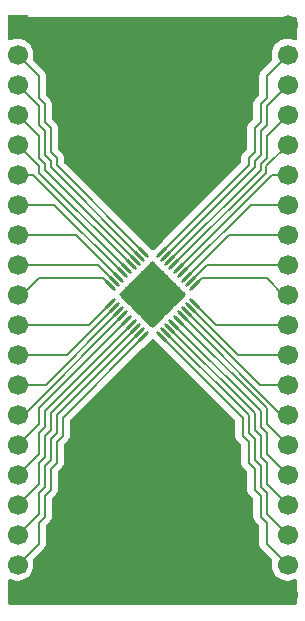
<source format=gtl>
G04 #@! TF.GenerationSoftware,KiCad,Pcbnew,9.0.6*
G04 #@! TF.CreationDate,2026-01-08T15:28:10-06:00*
G04 #@! TF.ProjectId,QFN-36_6x6_P0.5,51464e2d-3336-45f3-9678-365f50302e35,rev?*
G04 #@! TF.SameCoordinates,Original*
G04 #@! TF.FileFunction,Copper,L1,Top*
G04 #@! TF.FilePolarity,Positive*
%FSLAX46Y46*%
G04 Gerber Fmt 4.6, Leading zero omitted, Abs format (unit mm)*
G04 Created by KiCad (PCBNEW 9.0.6) date 2026-01-08 15:28:10*
%MOMM*%
%LPD*%
G01*
G04 APERTURE LIST*
G04 Aperture macros list*
%AMRoundRect*
0 Rectangle with rounded corners*
0 $1 Rounding radius*
0 $2 $3 $4 $5 $6 $7 $8 $9 X,Y pos of 4 corners*
0 Add a 4 corners polygon primitive as box body*
4,1,4,$2,$3,$4,$5,$6,$7,$8,$9,$2,$3,0*
0 Add four circle primitives for the rounded corners*
1,1,$1+$1,$2,$3*
1,1,$1+$1,$4,$5*
1,1,$1+$1,$6,$7*
1,1,$1+$1,$8,$9*
0 Add four rect primitives between the rounded corners*
20,1,$1+$1,$2,$3,$4,$5,0*
20,1,$1+$1,$4,$5,$6,$7,0*
20,1,$1+$1,$6,$7,$8,$9,0*
20,1,$1+$1,$8,$9,$2,$3,0*%
%AMRotRect*
0 Rectangle, with rotation*
0 The origin of the aperture is its center*
0 $1 length*
0 $2 width*
0 $3 Rotation angle, in degrees counterclockwise*
0 Add horizontal line*
21,1,$1,$2,0,0,$3*%
G04 Aperture macros list end*
G04 #@! TA.AperFunction,SMDPad,CuDef*
%ADD10RoundRect,0.062500X-0.424264X0.335876X0.335876X-0.424264X0.424264X-0.335876X-0.335876X0.424264X0*%
G04 #@! TD*
G04 #@! TA.AperFunction,SMDPad,CuDef*
%ADD11RoundRect,0.062500X-0.424264X-0.335876X-0.335876X-0.424264X0.424264X0.335876X0.335876X0.424264X0*%
G04 #@! TD*
G04 #@! TA.AperFunction,HeatsinkPad*
%ADD12C,0.500000*%
G04 #@! TD*
G04 #@! TA.AperFunction,HeatsinkPad*
%ADD13RotRect,3.700000X3.700000X315.000000*%
G04 #@! TD*
G04 #@! TA.AperFunction,ComponentPad*
%ADD14C,1.700000*%
G04 #@! TD*
G04 #@! TA.AperFunction,ComponentPad*
%ADD15R,1.700000X1.700000*%
G04 #@! TD*
G04 #@! TA.AperFunction,ViaPad*
%ADD16C,0.600000*%
G04 #@! TD*
G04 #@! TA.AperFunction,Conductor*
%ADD17C,0.200000*%
G04 #@! TD*
G04 APERTURE END LIST*
D10*
X102072737Y-109381734D03*
X101719184Y-109735287D03*
X101365630Y-110088841D03*
X101012077Y-110442394D03*
X100658524Y-110795948D03*
X100304970Y-111149501D03*
X99951417Y-111503054D03*
X99597863Y-111856608D03*
X99244310Y-112210161D03*
D11*
X99244310Y-113804687D03*
X99597863Y-114158240D03*
X99951417Y-114511794D03*
X100304970Y-114865347D03*
X100658524Y-115218900D03*
X101012077Y-115572454D03*
X101365630Y-115926007D03*
X101719184Y-116279561D03*
X102072737Y-116633114D03*
D10*
X103667263Y-116633114D03*
X104020816Y-116279561D03*
X104374370Y-115926007D03*
X104727923Y-115572454D03*
X105081476Y-115218900D03*
X105435030Y-114865347D03*
X105788583Y-114511794D03*
X106142137Y-114158240D03*
X106495690Y-113804687D03*
D11*
X106495690Y-112210161D03*
X106142137Y-111856608D03*
X105788583Y-111503054D03*
X105435030Y-111149501D03*
X105081476Y-110795948D03*
X104727923Y-110442394D03*
X104374370Y-110088841D03*
X104020816Y-109735287D03*
X103667263Y-109381734D03*
D12*
X102870000Y-111593210D03*
X102162893Y-112300317D03*
X101455786Y-113007424D03*
X103577107Y-112300317D03*
X102870000Y-113007424D03*
D13*
X102870000Y-113007424D03*
D12*
X102162893Y-113714531D03*
X104284214Y-113007424D03*
X103577107Y-113714531D03*
X102870000Y-114421638D03*
D14*
X114300000Y-90170000D03*
X114300000Y-92710000D03*
X114300000Y-95250000D03*
X114300000Y-97790000D03*
X114300000Y-100330000D03*
X114300000Y-102870000D03*
X114300000Y-105410000D03*
X114300000Y-107950000D03*
X114300000Y-110490000D03*
X114300000Y-113030000D03*
X114300000Y-115570000D03*
X114300000Y-118110000D03*
X114300000Y-120650000D03*
X114300000Y-123190000D03*
X114300000Y-125730000D03*
X114300000Y-128270000D03*
X114300000Y-130810000D03*
X114300000Y-133350000D03*
X114300000Y-135890000D03*
X114300000Y-138430000D03*
D15*
X91440000Y-90170000D03*
D14*
X91440000Y-92710000D03*
X91440000Y-95250000D03*
X91440000Y-97790000D03*
X91440000Y-100330000D03*
X91440000Y-102870000D03*
X91440000Y-105410000D03*
X91440000Y-107950000D03*
X91440000Y-110490000D03*
X91440000Y-113030000D03*
X91440000Y-115570000D03*
X91440000Y-118110000D03*
X91440000Y-120650000D03*
X91440000Y-123190000D03*
X91440000Y-125730000D03*
X91440000Y-128270000D03*
X91440000Y-130810000D03*
X91440000Y-133350000D03*
X91440000Y-135890000D03*
X91440000Y-138430000D03*
D16*
X102870000Y-93726000D03*
X102870000Y-133581424D03*
X102870000Y-108308424D03*
X102870000Y-117706424D03*
D17*
X112014000Y-122858531D02*
X112014000Y-124206000D01*
X112522000Y-123952000D02*
X114300000Y-125730000D01*
X105081476Y-115218900D02*
X112522000Y-122659424D01*
X111506000Y-124460000D02*
X112014000Y-124968000D01*
X105435030Y-114865347D02*
X113759683Y-123190000D01*
X104374370Y-115926007D02*
X111506000Y-123057637D01*
X112014000Y-129286000D02*
X112522000Y-129794000D01*
X110998000Y-123256745D02*
X110998000Y-124714000D01*
X104020816Y-116279561D02*
X110998000Y-123256745D01*
X112522000Y-127254000D02*
X112522000Y-129032000D01*
X112522000Y-126492000D02*
X114300000Y-128270000D01*
X112522000Y-122659424D02*
X112522000Y-123952000D01*
X111506000Y-123057637D02*
X111506000Y-124460000D01*
X112522000Y-129032000D02*
X114300000Y-130810000D01*
X112014000Y-126746000D02*
X112522000Y-127254000D01*
X112014000Y-124968000D02*
X112014000Y-126746000D01*
X104727923Y-115572454D02*
X112014000Y-122858531D01*
X112522000Y-124714000D02*
X112522000Y-126492000D01*
X112014000Y-124206000D02*
X112522000Y-124714000D01*
X112014000Y-131826000D02*
X112522000Y-132334000D01*
X111506000Y-129540000D02*
X112014000Y-130048000D01*
X112014000Y-130048000D02*
X112014000Y-131826000D01*
X112522000Y-132334000D02*
X112522000Y-134112000D01*
X110998000Y-127254000D02*
X111506000Y-127762000D01*
X111506000Y-125222000D02*
X111506000Y-127000000D01*
X103667263Y-116633114D02*
X110490000Y-123455851D01*
X110998000Y-124714000D02*
X111506000Y-125222000D01*
X111506000Y-127000000D02*
X112014000Y-127508000D01*
X111506000Y-127762000D02*
X111506000Y-129540000D01*
X110490000Y-123455851D02*
X110490000Y-124968000D01*
X112522000Y-131572000D02*
X114300000Y-133350000D01*
X110490000Y-124968000D02*
X110998000Y-125476000D01*
X112522000Y-134112000D02*
X114300000Y-135890000D01*
X112014000Y-127508000D02*
X112014000Y-129286000D01*
X110998000Y-125476000D02*
X110998000Y-127254000D01*
X112522000Y-129794000D02*
X112522000Y-131572000D01*
X106142137Y-114158240D02*
X110093897Y-118110000D01*
X108261003Y-115570000D02*
X114300000Y-115570000D01*
X110093897Y-118110000D02*
X114300000Y-118110000D01*
X106495690Y-113804687D02*
X108261003Y-115570000D01*
X105788583Y-114511794D02*
X111926789Y-120650000D01*
X113759683Y-123190000D02*
X114300000Y-123190000D01*
X111926789Y-120650000D02*
X114300000Y-120650000D01*
X93218000Y-132334000D02*
X93218000Y-134112000D01*
X93726000Y-131826000D02*
X93218000Y-132334000D01*
X93726000Y-130048000D02*
X93726000Y-131826000D01*
X94234000Y-129540000D02*
X93726000Y-130048000D01*
X94234000Y-127762000D02*
X94234000Y-129540000D01*
X93218000Y-134112000D02*
X91440000Y-135890000D01*
X94742000Y-127254000D02*
X94234000Y-127762000D01*
X94742000Y-125476000D02*
X94742000Y-127254000D01*
X95250000Y-124968000D02*
X94742000Y-125476000D01*
X95250000Y-123455851D02*
X95250000Y-124968000D01*
X102072737Y-116633114D02*
X95250000Y-123455851D01*
X93218000Y-131572000D02*
X91440000Y-133350000D01*
X93218000Y-129794000D02*
X93218000Y-131572000D01*
X93726000Y-127508000D02*
X93726000Y-129286000D01*
X94234000Y-127000000D02*
X93726000Y-127508000D01*
X94234000Y-125222000D02*
X94234000Y-127000000D01*
X94742000Y-124714000D02*
X94234000Y-125222000D01*
X93726000Y-129286000D02*
X93218000Y-129794000D01*
X94742000Y-123256745D02*
X94742000Y-124714000D01*
X101719184Y-116279561D02*
X94742000Y-123256745D01*
X93218000Y-129032000D02*
X91440000Y-130810000D01*
X93218000Y-127254000D02*
X93218000Y-129032000D01*
X93726000Y-126746000D02*
X93218000Y-127254000D01*
X93726000Y-124968000D02*
X93726000Y-126746000D01*
X94234000Y-124460000D02*
X93726000Y-124968000D01*
X94234000Y-123057637D02*
X94234000Y-124460000D01*
X101365630Y-115926007D02*
X94234000Y-123057637D01*
X93218000Y-124714000D02*
X93218000Y-126492000D01*
X93726000Y-124206000D02*
X93218000Y-124714000D01*
X93726000Y-122858531D02*
X93726000Y-124206000D01*
X93218000Y-126492000D02*
X91440000Y-128270000D01*
X101012077Y-115572454D02*
X93726000Y-122858531D01*
X93218000Y-122659424D02*
X93218000Y-123952000D01*
X100658524Y-115218900D02*
X93218000Y-122659424D01*
X93218000Y-123952000D02*
X91440000Y-125730000D01*
X100304970Y-114865347D02*
X91980317Y-123190000D01*
X91980317Y-123190000D02*
X91440000Y-123190000D01*
X93813211Y-120650000D02*
X91440000Y-120650000D01*
X99951417Y-114511794D02*
X93813211Y-120650000D01*
X95646103Y-118110000D02*
X91440000Y-118110000D01*
X99597863Y-114158240D02*
X95646103Y-118110000D01*
X97478997Y-115570000D02*
X91440000Y-115570000D01*
X99244310Y-113804687D02*
X97478997Y-115570000D01*
X112014000Y-98402424D02*
X112014000Y-96878424D01*
X104727923Y-110442394D02*
X112485946Y-102684370D01*
X113941576Y-113030000D02*
X114300000Y-113030000D01*
X113007424Y-102870000D02*
X114300000Y-102870000D01*
X111506000Y-98910424D02*
X112014000Y-98402424D01*
X112522000Y-99568000D02*
X114300000Y-97790000D01*
X112014000Y-102449211D02*
X112014000Y-101958424D01*
X104374370Y-110088841D02*
X112014000Y-102449211D01*
X105788583Y-111503054D02*
X109341637Y-107950000D01*
X107508745Y-110490000D02*
X114300000Y-110490000D01*
X111174531Y-105410000D02*
X114300000Y-105410000D01*
X106495690Y-112210161D02*
X107095427Y-111610424D01*
X112014000Y-96878424D02*
X112522000Y-96370424D01*
X103667263Y-109381734D02*
X110998000Y-102050997D01*
X112014000Y-101196424D02*
X112014000Y-99164424D01*
X112522000Y-96370424D02*
X112522000Y-94488000D01*
X110998000Y-102050997D02*
X110998000Y-101450424D01*
X111506000Y-101704424D02*
X112014000Y-101196424D01*
X112522000Y-97028000D02*
X114300000Y-95250000D01*
X112014000Y-99164424D02*
X112522000Y-98656424D01*
X105081476Y-110795948D02*
X113007424Y-102870000D01*
X107095427Y-111610424D02*
X112522000Y-111610424D01*
X112522000Y-111610424D02*
X113941576Y-113030000D01*
X112485946Y-102144054D02*
X114300000Y-100330000D01*
X112485946Y-102684370D02*
X112485946Y-102144054D01*
X112522000Y-94488000D02*
X114300000Y-92710000D01*
X111506000Y-100942424D02*
X111506000Y-98910424D01*
X112522000Y-98656424D02*
X112522000Y-97028000D01*
X104020816Y-109735287D02*
X111506000Y-102250103D01*
X112014000Y-101958424D02*
X112522000Y-101450424D01*
X109341637Y-107950000D02*
X114300000Y-107950000D01*
X106142137Y-111856608D02*
X107508745Y-110490000D01*
X111506000Y-102250103D02*
X111506000Y-101704424D01*
X112522000Y-101450424D02*
X112522000Y-99568000D01*
X105435030Y-111149501D02*
X111174531Y-105410000D01*
X110998000Y-101450424D02*
X111506000Y-100942424D01*
X93218000Y-96370424D02*
X93218000Y-94488000D01*
X93218000Y-94488000D02*
X91440000Y-92710000D01*
X93726000Y-96878424D02*
X93218000Y-96370424D01*
X93726000Y-98402424D02*
X93726000Y-96878424D01*
X94234000Y-98910424D02*
X93726000Y-98402424D01*
X94234000Y-100942424D02*
X94234000Y-98910424D01*
X94742000Y-101450424D02*
X94234000Y-100942424D01*
X94742000Y-102050997D02*
X94742000Y-101450424D01*
X102072737Y-109381734D02*
X94742000Y-102050997D01*
X94234000Y-101704424D02*
X93726000Y-101196424D01*
X93218000Y-98656424D02*
X93218000Y-97028000D01*
X93218000Y-97028000D02*
X91440000Y-95250000D01*
X94234000Y-102250103D02*
X94234000Y-101704424D01*
X101719184Y-109735287D02*
X94234000Y-102250103D01*
X93726000Y-101196424D02*
X93726000Y-99164424D01*
X93726000Y-99164424D02*
X93218000Y-98656424D01*
X93218000Y-99568000D02*
X91440000Y-97790000D01*
X93218000Y-101450424D02*
X93218000Y-99568000D01*
X93726000Y-101958424D02*
X93218000Y-101450424D01*
X93726000Y-102449211D02*
X93726000Y-101958424D01*
X101365630Y-110088841D02*
X93726000Y-102449211D01*
X93254054Y-102144054D02*
X91440000Y-100330000D01*
X93254054Y-102684370D02*
X93254054Y-102144054D01*
X101012077Y-110442394D02*
X93254054Y-102684370D01*
X92732576Y-102870000D02*
X91440000Y-102870000D01*
X100658524Y-110795948D02*
X92732576Y-102870000D01*
X94565469Y-105410000D02*
X91440000Y-105410000D01*
X100304970Y-111149501D02*
X94565469Y-105410000D01*
X96398363Y-107950000D02*
X91440000Y-107950000D01*
X99951417Y-111503054D02*
X96398363Y-107950000D01*
X98231255Y-110490000D02*
X91440000Y-110490000D01*
X99597863Y-111856608D02*
X98231255Y-110490000D01*
X93218000Y-111610424D02*
X91798424Y-113030000D01*
X91798424Y-113030000D02*
X91440000Y-113030000D01*
X98644573Y-111610424D02*
X93218000Y-111610424D01*
X99244310Y-112210161D02*
X98644573Y-111610424D01*
G04 #@! TA.AperFunction,Conductor*
G36*
X102913332Y-116779620D02*
G01*
X102957680Y-116808121D01*
X103631129Y-117481569D01*
X103631138Y-117481577D01*
X103667528Y-117509500D01*
X103719209Y-117549157D01*
X103719211Y-117549157D01*
X103719213Y-117549159D01*
X103721785Y-117550224D01*
X103762021Y-117577107D01*
X109853181Y-123668267D01*
X109886666Y-123729590D01*
X109889500Y-123755948D01*
X109889500Y-124881330D01*
X109889499Y-124881348D01*
X109889499Y-125047054D01*
X109889498Y-125047054D01*
X109889499Y-125047056D01*
X109889499Y-125047057D01*
X109930423Y-125199785D01*
X109930425Y-125199788D01*
X109937240Y-125211592D01*
X110009477Y-125336712D01*
X110009481Y-125336717D01*
X110128349Y-125455585D01*
X110128355Y-125455590D01*
X110361181Y-125688416D01*
X110394666Y-125749739D01*
X110397500Y-125776097D01*
X110397500Y-127167330D01*
X110397499Y-127167348D01*
X110397499Y-127333054D01*
X110397498Y-127333054D01*
X110438423Y-127485785D01*
X110464074Y-127530214D01*
X110464076Y-127530216D01*
X110517479Y-127622714D01*
X110517481Y-127622717D01*
X110636349Y-127741585D01*
X110636355Y-127741590D01*
X110869181Y-127974416D01*
X110902666Y-128035739D01*
X110905500Y-128062097D01*
X110905500Y-129453330D01*
X110905499Y-129453348D01*
X110905499Y-129619054D01*
X110905498Y-129619054D01*
X110905499Y-129619056D01*
X110905499Y-129619057D01*
X110946423Y-129771785D01*
X110946424Y-129771786D01*
X110951104Y-129779894D01*
X110951106Y-129779896D01*
X111025477Y-129908712D01*
X111025481Y-129908717D01*
X111144349Y-130027585D01*
X111144355Y-130027590D01*
X111377181Y-130260416D01*
X111410666Y-130321739D01*
X111413500Y-130348097D01*
X111413500Y-131739330D01*
X111413499Y-131739348D01*
X111413499Y-131905054D01*
X111413498Y-131905054D01*
X111429575Y-131965051D01*
X111454423Y-132057785D01*
X111456594Y-132061546D01*
X111456598Y-132061558D01*
X111456601Y-132061557D01*
X111533477Y-132194712D01*
X111533481Y-132194717D01*
X111652349Y-132313585D01*
X111652355Y-132313590D01*
X111885181Y-132546416D01*
X111918666Y-132607739D01*
X111921500Y-132634097D01*
X111921500Y-134025330D01*
X111921499Y-134025348D01*
X111921499Y-134191054D01*
X111921498Y-134191054D01*
X111921499Y-134191057D01*
X111962423Y-134343785D01*
X111962424Y-134343786D01*
X111966298Y-134350498D01*
X111966300Y-134350500D01*
X112041477Y-134480712D01*
X112041481Y-134480717D01*
X112160349Y-134599585D01*
X112160355Y-134599590D01*
X112966241Y-135405476D01*
X112999726Y-135466799D01*
X112996492Y-135531473D01*
X112982753Y-135573757D01*
X112949500Y-135783713D01*
X112949500Y-135996286D01*
X112982753Y-136206239D01*
X113048444Y-136408414D01*
X113144951Y-136597820D01*
X113269890Y-136769786D01*
X113420213Y-136920109D01*
X113592179Y-137045048D01*
X113592181Y-137045049D01*
X113592184Y-137045051D01*
X113781588Y-137141557D01*
X113983757Y-137207246D01*
X114193713Y-137240500D01*
X114193714Y-137240500D01*
X114406286Y-137240500D01*
X114406287Y-137240500D01*
X114616243Y-137207246D01*
X114818412Y-137141557D01*
X114889205Y-137105485D01*
X114957874Y-137092590D01*
X115022614Y-137118866D01*
X115062872Y-137175972D01*
X115069500Y-137215971D01*
X115069500Y-139179924D01*
X115049815Y-139246963D01*
X114997011Y-139292718D01*
X114945500Y-139303924D01*
X90794500Y-139303924D01*
X90727461Y-139284239D01*
X90681706Y-139231435D01*
X90670500Y-139179924D01*
X90670500Y-137215971D01*
X90690185Y-137148932D01*
X90742989Y-137103177D01*
X90812147Y-137093233D01*
X90850793Y-137105485D01*
X90921588Y-137141557D01*
X91123757Y-137207246D01*
X91333713Y-137240500D01*
X91333714Y-137240500D01*
X91546286Y-137240500D01*
X91546287Y-137240500D01*
X91756243Y-137207246D01*
X91958412Y-137141557D01*
X92147816Y-137045051D01*
X92169789Y-137029086D01*
X92319786Y-136920109D01*
X92319788Y-136920106D01*
X92319792Y-136920104D01*
X92470104Y-136769792D01*
X92470106Y-136769788D01*
X92470109Y-136769786D01*
X92595048Y-136597820D01*
X92595047Y-136597820D01*
X92595051Y-136597816D01*
X92691557Y-136408412D01*
X92757246Y-136206243D01*
X92790500Y-135996287D01*
X92790500Y-135783713D01*
X92757246Y-135573757D01*
X92743506Y-135531473D01*
X92741512Y-135461635D01*
X92773755Y-135405478D01*
X93698520Y-134480716D01*
X93777577Y-134343784D01*
X93818501Y-134191057D01*
X93818501Y-134032942D01*
X93818501Y-134025339D01*
X93818500Y-134025329D01*
X93818500Y-132634096D01*
X93838185Y-132567057D01*
X93854815Y-132546419D01*
X94084506Y-132316727D01*
X94084511Y-132316724D01*
X94094714Y-132306520D01*
X94094716Y-132306520D01*
X94206520Y-132194716D01*
X94285577Y-132057784D01*
X94326500Y-131905057D01*
X94326500Y-130348096D01*
X94346185Y-130281057D01*
X94362815Y-130260419D01*
X94592506Y-130030727D01*
X94592511Y-130030724D01*
X94602714Y-130020520D01*
X94602716Y-130020520D01*
X94714520Y-129908716D01*
X94793577Y-129771784D01*
X94830898Y-129632500D01*
X94834500Y-129619058D01*
X94834500Y-129460943D01*
X94834500Y-128062096D01*
X94854185Y-127995057D01*
X94870815Y-127974419D01*
X95100506Y-127744727D01*
X95100511Y-127744724D01*
X95110714Y-127734520D01*
X95110716Y-127734520D01*
X95222520Y-127622716D01*
X95301577Y-127485784D01*
X95342500Y-127333057D01*
X95342500Y-125776096D01*
X95362185Y-125709057D01*
X95378815Y-125688419D01*
X95608506Y-125458727D01*
X95608511Y-125458724D01*
X95618714Y-125448520D01*
X95618716Y-125448520D01*
X95730520Y-125336716D01*
X95809577Y-125199784D01*
X95850500Y-125047057D01*
X95850500Y-123755947D01*
X95870185Y-123688908D01*
X95886814Y-123668271D01*
X101977979Y-117577105D01*
X102018208Y-117550226D01*
X102020791Y-117549157D01*
X102108869Y-117481572D01*
X102782318Y-116808120D01*
X102843641Y-116774636D01*
X102913332Y-116779620D01*
G37*
G04 #@! TD.AperFunction*
G04 #@! TA.AperFunction,Conductor*
G36*
X102878756Y-110197520D02*
G01*
X102913321Y-110199988D01*
X102913697Y-110200230D01*
X102914030Y-110200256D01*
X102944905Y-110217356D01*
X102951677Y-110222489D01*
X102959379Y-110230191D01*
X103047458Y-110297777D01*
X103055269Y-110301012D01*
X103067985Y-110310651D01*
X103098069Y-110349578D01*
X103100709Y-110348054D01*
X103104771Y-110355089D01*
X103172353Y-110443166D01*
X103312923Y-110583736D01*
X103312930Y-110583742D01*
X103312932Y-110583744D01*
X103312939Y-110583749D01*
X103401009Y-110651329D01*
X103408050Y-110655394D01*
X103406340Y-110658354D01*
X103448439Y-110692229D01*
X103453729Y-110701906D01*
X103454259Y-110701601D01*
X103458324Y-110708641D01*
X103458326Y-110708643D01*
X103458327Y-110708646D01*
X103495168Y-110756658D01*
X103525909Y-110796722D01*
X103666477Y-110937290D01*
X103666484Y-110937296D01*
X103666486Y-110937298D01*
X103666493Y-110937303D01*
X103754563Y-111004883D01*
X103761607Y-111008950D01*
X103759905Y-111011897D01*
X103802053Y-111045872D01*
X103807295Y-111055461D01*
X103807816Y-111055161D01*
X103811878Y-111062196D01*
X103879460Y-111150273D01*
X104020030Y-111290843D01*
X104020037Y-111290849D01*
X104020039Y-111290851D01*
X104020046Y-111290856D01*
X104108118Y-111358437D01*
X104115158Y-111362502D01*
X104113454Y-111365452D01*
X104155589Y-111399399D01*
X104160843Y-111409019D01*
X104161370Y-111408716D01*
X104165432Y-111415752D01*
X104233013Y-111503826D01*
X104233018Y-111503832D01*
X104373584Y-111644398D01*
X104373588Y-111644401D01*
X104373592Y-111644405D01*
X104461671Y-111711991D01*
X104468702Y-111716050D01*
X104466994Y-111719008D01*
X104509100Y-111752890D01*
X104514393Y-111762575D01*
X104514924Y-111762269D01*
X104518986Y-111769305D01*
X104586567Y-111857379D01*
X104586572Y-111857385D01*
X104727137Y-111997950D01*
X104727144Y-111997956D01*
X104727146Y-111997958D01*
X104727153Y-111997963D01*
X104815223Y-112065543D01*
X104822267Y-112069610D01*
X104820565Y-112072557D01*
X104862713Y-112106532D01*
X104867955Y-112116121D01*
X104868476Y-112115821D01*
X104872538Y-112122856D01*
X104940120Y-112210933D01*
X105080690Y-112351503D01*
X105080697Y-112351509D01*
X105080699Y-112351511D01*
X105080706Y-112351516D01*
X105168776Y-112419096D01*
X105175817Y-112423161D01*
X105174107Y-112426121D01*
X105216206Y-112459996D01*
X105221496Y-112469673D01*
X105222026Y-112469368D01*
X105226091Y-112476408D01*
X105226093Y-112476410D01*
X105226094Y-112476413D01*
X105262935Y-112524425D01*
X105293676Y-112564489D01*
X105434244Y-112705057D01*
X105434251Y-112705063D01*
X105434253Y-112705065D01*
X105434260Y-112705070D01*
X105522330Y-112772650D01*
X105529374Y-112776717D01*
X105527838Y-112779376D01*
X105566773Y-112809439D01*
X105576411Y-112822154D01*
X105579647Y-112829966D01*
X105647232Y-112918045D01*
X105654937Y-112925749D01*
X105660068Y-112932519D01*
X105669579Y-112957560D01*
X105682415Y-112981066D01*
X105681796Y-112989721D01*
X105684878Y-112997835D01*
X105679341Y-113024041D01*
X105677431Y-113050758D01*
X105671868Y-113059414D01*
X105670436Y-113066196D01*
X105662069Y-113074663D01*
X105649836Y-113093700D01*
X105649903Y-113093759D01*
X105649514Y-113094201D01*
X105648940Y-113095096D01*
X105647230Y-113096805D01*
X105647227Y-113096808D01*
X105579649Y-113184879D01*
X105575582Y-113191923D01*
X105572663Y-113190237D01*
X105538484Y-113232491D01*
X105529077Y-113237626D01*
X105529370Y-113238133D01*
X105522334Y-113242195D01*
X105434257Y-113309777D01*
X105434252Y-113309782D01*
X105293688Y-113450347D01*
X105293680Y-113450355D01*
X105226092Y-113538436D01*
X105222030Y-113545473D01*
X105219088Y-113543774D01*
X105185081Y-113585942D01*
X105175514Y-113591165D01*
X105175816Y-113591687D01*
X105168780Y-113595749D01*
X105080703Y-113663331D01*
X105080698Y-113663336D01*
X104940134Y-113803901D01*
X104940126Y-113803909D01*
X104872542Y-113891985D01*
X104868475Y-113899030D01*
X104865556Y-113897344D01*
X104831377Y-113939598D01*
X104821970Y-113944733D01*
X104822263Y-113945240D01*
X104815227Y-113949302D01*
X104727150Y-114016884D01*
X104727145Y-114016889D01*
X104586581Y-114157454D01*
X104586573Y-114157462D01*
X104518987Y-114245540D01*
X104514921Y-114252584D01*
X104511983Y-114250887D01*
X104477937Y-114293072D01*
X104468417Y-114298271D01*
X104468716Y-114298789D01*
X104461675Y-114302854D01*
X104373594Y-114370439D01*
X104373591Y-114370442D01*
X104233027Y-114511007D01*
X104233019Y-114511015D01*
X104165433Y-114599093D01*
X104161371Y-114606131D01*
X104158449Y-114604444D01*
X104124296Y-114646687D01*
X104114863Y-114651837D01*
X104115157Y-114652346D01*
X104108121Y-114656408D01*
X104020044Y-114723991D01*
X104020038Y-114723996D01*
X103879474Y-114864561D01*
X103879466Y-114864569D01*
X103811882Y-114952645D01*
X103807815Y-114959690D01*
X103804896Y-114958004D01*
X103770717Y-115000258D01*
X103761310Y-115005393D01*
X103761603Y-115005900D01*
X103754567Y-115009962D01*
X103666490Y-115077544D01*
X103666485Y-115077549D01*
X103525921Y-115218114D01*
X103525913Y-115218122D01*
X103458325Y-115306203D01*
X103454263Y-115313240D01*
X103451321Y-115311541D01*
X103417314Y-115353709D01*
X103407747Y-115358932D01*
X103408049Y-115359454D01*
X103401013Y-115363516D01*
X103312936Y-115431098D01*
X103312931Y-115431103D01*
X103172367Y-115571668D01*
X103172359Y-115571676D01*
X103104775Y-115659752D01*
X103100708Y-115666797D01*
X103098084Y-115665282D01*
X103067984Y-115704197D01*
X103055267Y-115713835D01*
X103047458Y-115717071D01*
X102959379Y-115784656D01*
X102951680Y-115792354D01*
X102944904Y-115797491D01*
X102919860Y-115807003D01*
X102896344Y-115819841D01*
X102887694Y-115819221D01*
X102879587Y-115822301D01*
X102853372Y-115816762D01*
X102826653Y-115814849D01*
X102818006Y-115809291D01*
X102811226Y-115807859D01*
X102802754Y-115799488D01*
X102783744Y-115787269D01*
X102783682Y-115787341D01*
X102783206Y-115786924D01*
X102782318Y-115786353D01*
X102780630Y-115784665D01*
X102780621Y-115784657D01*
X102692540Y-115717069D01*
X102685504Y-115713007D01*
X102687196Y-115710075D01*
X102644993Y-115675996D01*
X102639810Y-115666495D01*
X102639292Y-115666795D01*
X102635229Y-115659759D01*
X102567646Y-115571682D01*
X102567641Y-115571676D01*
X102427077Y-115431112D01*
X102427068Y-115431104D01*
X102338990Y-115363518D01*
X102331953Y-115359456D01*
X102333645Y-115356524D01*
X102291439Y-115322443D01*
X102286255Y-115312939D01*
X102285736Y-115313239D01*
X102281673Y-115306202D01*
X102214092Y-115218128D01*
X102214087Y-115218122D01*
X102073523Y-115077558D01*
X102073514Y-115077550D01*
X101985433Y-115009962D01*
X101978397Y-115005900D01*
X101980089Y-115002968D01*
X101937886Y-114968889D01*
X101932703Y-114959388D01*
X101932185Y-114959688D01*
X101928122Y-114952652D01*
X101860539Y-114864575D01*
X101860534Y-114864569D01*
X101719970Y-114724005D01*
X101719961Y-114723997D01*
X101631883Y-114656411D01*
X101624843Y-114652347D01*
X101626544Y-114649400D01*
X101584393Y-114615423D01*
X101579156Y-114605824D01*
X101578628Y-114606130D01*
X101574565Y-114599092D01*
X101506986Y-114511021D01*
X101506981Y-114511015D01*
X101366417Y-114370451D01*
X101366408Y-114370443D01*
X101278330Y-114302857D01*
X101271290Y-114298793D01*
X101272991Y-114295846D01*
X101230840Y-114261869D01*
X101225604Y-114252278D01*
X101225078Y-114252582D01*
X101221013Y-114245542D01*
X101153432Y-114157468D01*
X101153427Y-114157462D01*
X101012863Y-114016898D01*
X101012854Y-114016890D01*
X100924773Y-113949302D01*
X100917737Y-113945240D01*
X100919429Y-113942308D01*
X100877226Y-113908229D01*
X100872043Y-113898728D01*
X100871525Y-113899028D01*
X100867462Y-113891992D01*
X100859797Y-113882003D01*
X100799875Y-113803910D01*
X100733781Y-113737816D01*
X100659310Y-113663345D01*
X100659301Y-113663337D01*
X100571223Y-113595751D01*
X100564186Y-113591689D01*
X100565878Y-113588757D01*
X100523672Y-113554676D01*
X100518488Y-113545172D01*
X100517969Y-113545472D01*
X100513906Y-113538435D01*
X100446325Y-113450361D01*
X100446320Y-113450355D01*
X100305756Y-113309791D01*
X100305747Y-113309783D01*
X100217666Y-113242195D01*
X100210630Y-113238133D01*
X100212154Y-113235493D01*
X100173227Y-113205409D01*
X100163588Y-113192693D01*
X100160353Y-113184882D01*
X100092768Y-113096803D01*
X100085062Y-113089097D01*
X100079931Y-113082328D01*
X100070419Y-113057286D01*
X100057584Y-113033781D01*
X100058202Y-113025125D01*
X100055121Y-113017012D01*
X100060657Y-112990805D01*
X100062568Y-112964089D01*
X100068129Y-112955437D01*
X100069563Y-112948651D01*
X100077946Y-112940166D01*
X100090157Y-112921171D01*
X100090083Y-112921106D01*
X100090517Y-112920610D01*
X100091086Y-112919725D01*
X100092767Y-112918045D01*
X100160353Y-112829966D01*
X100160354Y-112829963D01*
X100164417Y-112822927D01*
X100167386Y-112824641D01*
X100201191Y-112782580D01*
X100210943Y-112777254D01*
X100210631Y-112776714D01*
X100217664Y-112772652D01*
X100217668Y-112772651D01*
X100305747Y-112705066D01*
X100376031Y-112634781D01*
X100446312Y-112564501D01*
X100446313Y-112564499D01*
X100446312Y-112564499D01*
X100446320Y-112564492D01*
X100513906Y-112476413D01*
X100513908Y-112476408D01*
X100517965Y-112469382D01*
X100520933Y-112471095D01*
X100554744Y-112429026D01*
X100564499Y-112423699D01*
X100564187Y-112423158D01*
X100571216Y-112419099D01*
X100571222Y-112419097D01*
X100659301Y-112351512D01*
X100729585Y-112281227D01*
X100799866Y-112210947D01*
X100799869Y-112210942D01*
X100799874Y-112210938D01*
X100867460Y-112122859D01*
X100867461Y-112122856D01*
X100871524Y-112115820D01*
X100874493Y-112117534D01*
X100908298Y-112075473D01*
X100918050Y-112070147D01*
X100917738Y-112069607D01*
X100924771Y-112065545D01*
X100924775Y-112065544D01*
X101012854Y-111997959D01*
X101083138Y-111927674D01*
X101153419Y-111857394D01*
X101153422Y-111857389D01*
X101153427Y-111857385D01*
X101221013Y-111769306D01*
X101221015Y-111769300D01*
X101225076Y-111762268D01*
X101228040Y-111763979D01*
X101261887Y-111721896D01*
X101271599Y-111716594D01*
X101271289Y-111716056D01*
X101278325Y-111711992D01*
X101278329Y-111711991D01*
X101366408Y-111644406D01*
X101436692Y-111574121D01*
X101506973Y-111503841D01*
X101506976Y-111503836D01*
X101506981Y-111503832D01*
X101574567Y-111415753D01*
X101574568Y-111415749D01*
X101578632Y-111408713D01*
X101581601Y-111410427D01*
X101615406Y-111368366D01*
X101625155Y-111363039D01*
X101624844Y-111362500D01*
X101631876Y-111358439D01*
X101631882Y-111358437D01*
X101719961Y-111290852D01*
X101790245Y-111220567D01*
X101860526Y-111150287D01*
X101860529Y-111150282D01*
X101860534Y-111150278D01*
X101928120Y-111062199D01*
X101928121Y-111062196D01*
X101932184Y-111055160D01*
X101935153Y-111056874D01*
X101968958Y-111014813D01*
X101978710Y-111009487D01*
X101978398Y-111008947D01*
X101985431Y-111004885D01*
X101985435Y-111004884D01*
X102073514Y-110937299D01*
X102143798Y-110867014D01*
X102214079Y-110796734D01*
X102214080Y-110796732D01*
X102214079Y-110796732D01*
X102214087Y-110796725D01*
X102281673Y-110708646D01*
X102281675Y-110708641D01*
X102285732Y-110701615D01*
X102288700Y-110703328D01*
X102322511Y-110661259D01*
X102332266Y-110655932D01*
X102331954Y-110655391D01*
X102338983Y-110651332D01*
X102338989Y-110651330D01*
X102427068Y-110583745D01*
X102497352Y-110513460D01*
X102567633Y-110443180D01*
X102567636Y-110443175D01*
X102567641Y-110443171D01*
X102635227Y-110355092D01*
X102635228Y-110355089D01*
X102639291Y-110348053D01*
X102642260Y-110349767D01*
X102676065Y-110307706D01*
X102685817Y-110302380D01*
X102685505Y-110301840D01*
X102692538Y-110297778D01*
X102692542Y-110297777D01*
X102780621Y-110230192D01*
X102782311Y-110228501D01*
X102782656Y-110228313D01*
X102782847Y-110227969D01*
X102783647Y-110227537D01*
X102783674Y-110227515D01*
X102783679Y-110227521D01*
X102813257Y-110211600D01*
X102843629Y-110195012D01*
X102844022Y-110195040D01*
X102844370Y-110194853D01*
X102878756Y-110197520D01*
G37*
G04 #@! TD.AperFunction*
G04 #@! TA.AperFunction,Conductor*
G36*
X115012539Y-89524609D02*
G01*
X115058294Y-89577413D01*
X115069500Y-89628924D01*
X115069500Y-91384028D01*
X115049815Y-91451067D01*
X114997011Y-91496822D01*
X114927853Y-91506766D01*
X114889206Y-91494513D01*
X114818417Y-91458445D01*
X114818414Y-91458444D01*
X114818412Y-91458443D01*
X114616243Y-91392754D01*
X114616241Y-91392753D01*
X114616240Y-91392753D01*
X114454957Y-91367208D01*
X114406287Y-91359500D01*
X114193713Y-91359500D01*
X114145042Y-91367208D01*
X113983760Y-91392753D01*
X113781585Y-91458444D01*
X113592179Y-91554951D01*
X113420213Y-91679890D01*
X113269890Y-91830213D01*
X113144951Y-92002179D01*
X113048444Y-92191585D01*
X112982753Y-92393760D01*
X112949500Y-92603713D01*
X112949500Y-92816286D01*
X112982754Y-93026244D01*
X112982754Y-93026247D01*
X112996491Y-93068523D01*
X112998486Y-93138364D01*
X112966241Y-93194522D01*
X112153286Y-94007478D01*
X112041481Y-94119282D01*
X112041479Y-94119285D01*
X111991361Y-94206094D01*
X111991359Y-94206096D01*
X111962425Y-94256209D01*
X111962424Y-94256210D01*
X111946544Y-94315472D01*
X111921499Y-94408943D01*
X111921499Y-94408944D01*
X111921499Y-94408945D01*
X111921499Y-94577046D01*
X111921500Y-94577059D01*
X111921500Y-96070326D01*
X111901815Y-96137365D01*
X111885181Y-96158007D01*
X111533481Y-96509706D01*
X111533477Y-96509711D01*
X111516890Y-96538443D01*
X111511673Y-96547480D01*
X111454423Y-96646639D01*
X111413499Y-96799367D01*
X111413499Y-96799369D01*
X111413499Y-96967470D01*
X111413500Y-96967483D01*
X111413500Y-98102326D01*
X111393815Y-98169365D01*
X111377181Y-98190007D01*
X111025481Y-98541706D01*
X111025479Y-98541709D01*
X111007253Y-98573277D01*
X110989027Y-98604847D01*
X110946423Y-98678639D01*
X110905499Y-98831367D01*
X110905499Y-98831369D01*
X110905499Y-98999470D01*
X110905500Y-98999483D01*
X110905500Y-100642326D01*
X110885815Y-100709365D01*
X110869181Y-100730007D01*
X110517481Y-101081706D01*
X110517479Y-101081709D01*
X110499253Y-101113277D01*
X110481027Y-101144847D01*
X110438423Y-101218639D01*
X110397499Y-101371367D01*
X110397499Y-101371369D01*
X110397499Y-101539470D01*
X110397500Y-101539483D01*
X110397500Y-101750899D01*
X110377815Y-101817938D01*
X110361181Y-101838580D01*
X103762019Y-108437741D01*
X103721798Y-108464618D01*
X103719209Y-108465690D01*
X103631130Y-108533276D01*
X102957680Y-109206726D01*
X102896357Y-109240211D01*
X102826665Y-109235227D01*
X102782320Y-109206727D01*
X102108869Y-108533277D01*
X102108868Y-108533276D01*
X102020792Y-108465691D01*
X102018205Y-108464620D01*
X101977980Y-108437741D01*
X95378819Y-101838580D01*
X95345334Y-101777257D01*
X95342500Y-101750899D01*
X95342500Y-101371369D01*
X95342500Y-101371367D01*
X95301577Y-101218640D01*
X95258973Y-101144847D01*
X95222524Y-101081714D01*
X95222521Y-101081710D01*
X95222520Y-101081708D01*
X95110716Y-100969904D01*
X95110715Y-100969903D01*
X95106385Y-100965573D01*
X95106374Y-100965563D01*
X94870819Y-100730008D01*
X94837334Y-100668685D01*
X94834500Y-100642327D01*
X94834500Y-98831369D01*
X94834500Y-98831367D01*
X94793577Y-98678640D01*
X94750973Y-98604847D01*
X94714524Y-98541714D01*
X94714521Y-98541710D01*
X94714520Y-98541708D01*
X94602716Y-98429904D01*
X94602715Y-98429903D01*
X94598385Y-98425573D01*
X94598374Y-98425563D01*
X94362819Y-98190008D01*
X94329334Y-98128685D01*
X94326500Y-98102327D01*
X94326500Y-96799369D01*
X94326499Y-96799361D01*
X94325654Y-96796209D01*
X94325651Y-96796200D01*
X94310362Y-96739141D01*
X94285576Y-96646638D01*
X94285573Y-96646633D01*
X94206524Y-96509714D01*
X94206521Y-96509710D01*
X94206520Y-96509708D01*
X94094716Y-96397904D01*
X94094715Y-96397903D01*
X94090385Y-96393573D01*
X94090374Y-96393563D01*
X93854819Y-96158008D01*
X93821334Y-96096685D01*
X93818500Y-96070327D01*
X93818500Y-94577060D01*
X93818501Y-94577047D01*
X93818501Y-94408944D01*
X93777576Y-94256214D01*
X93777573Y-94256209D01*
X93698524Y-94119290D01*
X93698521Y-94119286D01*
X93698520Y-94119284D01*
X92773756Y-93194521D01*
X92740272Y-93133199D01*
X92743507Y-93068523D01*
X92757246Y-93026243D01*
X92790500Y-92816287D01*
X92790500Y-92603713D01*
X92757246Y-92393757D01*
X92691557Y-92191588D01*
X92595051Y-92002184D01*
X92595049Y-92002181D01*
X92595048Y-92002179D01*
X92470109Y-91830213D01*
X92319786Y-91679890D01*
X92147820Y-91554951D01*
X91958414Y-91458444D01*
X91958413Y-91458443D01*
X91958412Y-91458443D01*
X91756243Y-91392754D01*
X91756241Y-91392753D01*
X91756240Y-91392753D01*
X91594957Y-91367208D01*
X91546287Y-91359500D01*
X91333713Y-91359500D01*
X91285042Y-91367208D01*
X91123760Y-91392753D01*
X90921582Y-91458445D01*
X90850794Y-91494513D01*
X90782125Y-91507409D01*
X90717384Y-91481132D01*
X90677128Y-91424025D01*
X90670500Y-91384028D01*
X90670500Y-89628924D01*
X90690185Y-89561885D01*
X90742989Y-89516130D01*
X90794500Y-89504924D01*
X114945500Y-89504924D01*
X115012539Y-89524609D01*
G37*
G04 #@! TD.AperFunction*
M02*

</source>
